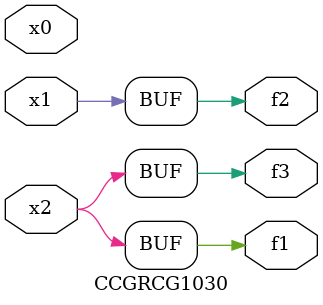
<source format=v>
module CCGRCG1030(
	input x0, x1, x2,
	output f1, f2, f3
);
	assign f1 = x2;
	assign f2 = x1;
	assign f3 = x2;
endmodule

</source>
